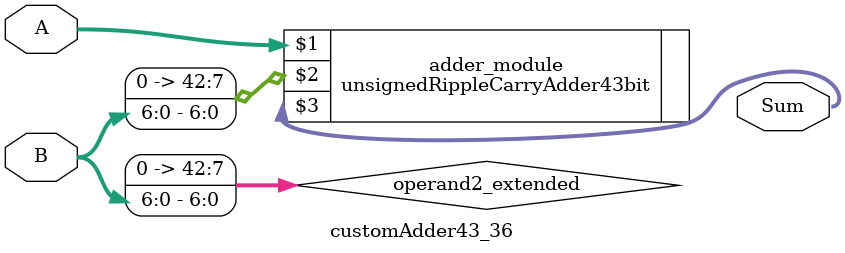
<source format=v>
module customAdder43_36(
                        input [42 : 0] A,
                        input [6 : 0] B,
                        
                        output [43 : 0] Sum
                );

        wire [42 : 0] operand2_extended;
        
        assign operand2_extended =  {36'b0, B};
        
        unsignedRippleCarryAdder43bit adder_module(
            A,
            operand2_extended,
            Sum
        );
        
        endmodule
        
</source>
